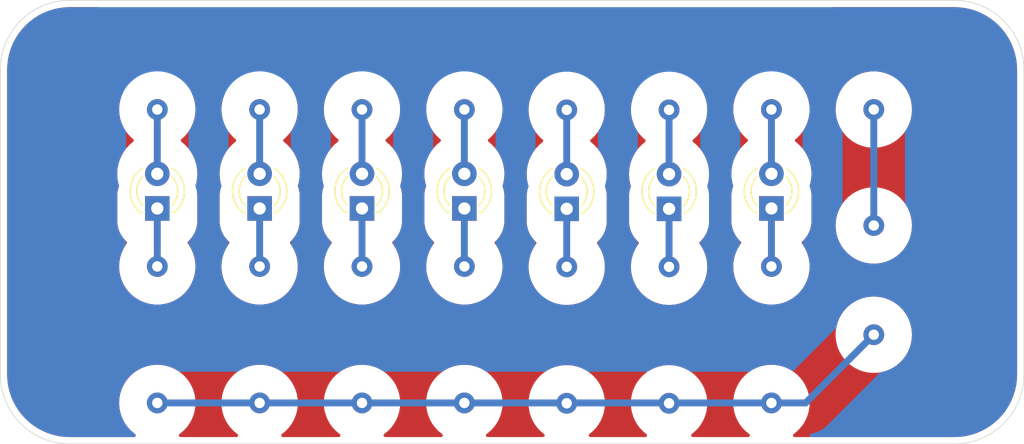
<source format=kicad_pcb>
(kicad_pcb (version 20240108) (generator "pcbnew") (generator_version "8.0")
  (layers (0 "F.Cu" signal) (31 "B.Cu" signal) (34 "B.Paste" user) (35 "F.Paste" user) (36 "B.SilkS" user "B.Silkscreen") (37 "F.SilkS" user "F.Silkscreen") (38 "B.Mask" user) (39 "F.Mask" user) (44 "Edge.Cuts" user))
  (net 0 "")
  (net 1 "GRD")
  (footprint "Resistor:Resistor" (layer "F.Cu") (at 47 50)
    (property "Reference" "REF**" (hide yes))
    (property "Value" "Resistor" (hide yes))
    (pad "1" thru_hole circle (at 0 -5) (size 1.524 1.524) (drill 0.762) (layers "*.Cu" "*.Mask"))
    (pad "2" thru_hole circle (at 0 5) (size 1.524 1.524) (drill 0.762) (layers "*.Cu" "*.Mask"))
  )
  (footprint "LED_THT:LED_D3.0mm" (layer "F.Cu") (at 77 40.775 90)
    (property "Reference" "REF**" (hide yes))
    (property "Value" "LED_D3.0mm" (hide yes))
    (fp_line (start -0.29 -1.236) (end -0.29 -1.08) (stroke (width 0.12)) (layer "F.SilkS"))
    (fp_line (start -0.29 1.08) (end -0.29 1.236) (stroke (width 0.12)) (layer "F.SilkS"))
    (fp_arc (start -0.29 -1.235516) (mid 1.366487 -1.987659) (end 2.942335 -1.078608) (stroke (width 0.12)) (layer "F.SilkS"))
    (fp_arc (start 0.229039 -1.08) (mid 1.270117 -1.5) (end 2.31113 -1.079837) (stroke (width 0.12)) (layer "F.SilkS"))
    (fp_arc (start 2.942335 1.078608) (mid 1.366487 1.987659) (end -0.29 1.235516) (stroke (width 0.12)) (layer "F.SilkS"))
    (fp_arc (start 2.31113 1.079837) (mid 1.270117 1.5) (end 0.229039 1.08) (stroke (width 0.12)) (layer "F.SilkS"))
    (pad "1" thru_hole rect (at 0 0 90) (size 1.8 1.8) (drill 0.9) (layers "*.Cu" "*.Mask"))
    (pad "2" thru_hole circle (at 2.54 0 90) (size 1.8 1.8) (drill 0.9) (layers "*.Cu" "*.Mask"))
  )
  (footprint "Resistor:Resistor" (layer "F.Cu") (at 84.5 50.025)
    (property "Reference" "REF**" (hide yes))
    (property "Value" "Resistor" (hide yes))
    (pad "1" thru_hole circle (at 0 -5) (size 1.524 1.524) (drill 0.762) (layers "*.Cu" "*.Mask"))
    (pad "2" thru_hole circle (at 0 5) (size 1.524 1.524) (drill 0.762) (layers "*.Cu" "*.Mask"))
  )
  (footprint "Resistor:Resistor" (layer "F.Cu") (at 69.5 50)
    (property "Reference" "REF**" (hide yes))
    (property "Value" "Resistor" (hide yes))
    (pad "1" thru_hole circle (at 0 -5) (size 1.524 1.524) (drill 0.762) (layers "*.Cu" "*.Mask"))
    (pad "2" thru_hole circle (at 0 5) (size 1.524 1.524) (drill 0.762) (layers "*.Cu" "*.Mask"))
  )
  (footprint "LED_THT:LED_D3.0mm" (layer "F.Cu") (at 84.5 40.775 90)
    (property "Reference" "REF**" (hide yes))
    (property "Value" "LED_D3.0mm" (hide yes))
    (fp_line (start -0.29 -1.236) (end -0.29 -1.08) (stroke (width 0.12)) (layer "F.SilkS"))
    (fp_line (start -0.29 1.08) (end -0.29 1.236) (stroke (width 0.12)) (layer "F.SilkS"))
    (fp_arc (start -0.29 -1.235516) (mid 1.366487 -1.987659) (end 2.942335 -1.078608) (stroke (width 0.12)) (layer "F.SilkS"))
    (fp_arc (start 0.229039 -1.08) (mid 1.270117 -1.5) (end 2.31113 -1.079837) (stroke (width 0.12)) (layer "F.SilkS"))
    (fp_arc (start 2.942335 1.078608) (mid 1.366487 1.987659) (end -0.29 1.235516) (stroke (width 0.12)) (layer "F.SilkS"))
    (fp_arc (start 2.31113 1.079837) (mid 1.270117 1.5) (end 0.229039 1.08) (stroke (width 0.12)) (layer "F.SilkS"))
    (pad "1" thru_hole rect (at 0 0 90) (size 1.8 1.8) (drill 0.9) (layers "*.Cu" "*.Mask"))
    (pad "2" thru_hole circle (at 2.54 0 90) (size 1.8 1.8) (drill 0.9) (layers "*.Cu" "*.Mask"))
  )
  (footprint "LED_THT:LED_D3.0mm" (layer "F.Cu") (at 47 40.75 90)
    (property "Reference" "REF**" (hide yes))
    (property "Value" "LED_D3.0mm" (hide yes))
    (fp_line (start -0.29 -1.236) (end -0.29 -1.08) (stroke (width 0.12)) (layer "F.SilkS"))
    (fp_line (start -0.29 1.08) (end -0.29 1.236) (stroke (width 0.12)) (layer "F.SilkS"))
    (fp_arc (start -0.29 -1.235516) (mid 1.366487 -1.987659) (end 2.942335 -1.078608) (stroke (width 0.12)) (layer "F.SilkS"))
    (fp_arc (start 0.229039 -1.08) (mid 1.270117 -1.5) (end 2.31113 -1.079837) (stroke (width 0.12)) (layer "F.SilkS"))
    (fp_arc (start 2.942335 1.078608) (mid 1.366487 1.987659) (end -0.29 1.235516) (stroke (width 0.12)) (layer "F.SilkS"))
    (fp_arc (start 2.31113 1.079837) (mid 1.270117 1.5) (end 0.229039 1.08) (stroke (width 0.12)) (layer "F.SilkS"))
    (pad "1" thru_hole rect (at 0 0 90) (size 1.8 1.8) (drill 0.9) (layers "*.Cu" "*.Mask"))
    (pad "2" thru_hole circle (at 2.54 0 90) (size 1.8 1.8) (drill 0.9) (layers "*.Cu" "*.Mask"))
  )
  (footprint "Resistor:Resistor" (layer "F.Cu") (at 62 50)
    (property "Reference" "REF**" (hide yes))
    (property "Value" "Resistor" (hide yes))
    (pad "1" thru_hole circle (at 0 -5) (size 1.524 1.524) (drill 0.762) (layers "*.Cu" "*.Mask"))
    (pad "2" thru_hole circle (at 0 5) (size 1.524 1.524) (drill 0.762) (layers "*.Cu" "*.Mask"))
  )
  (footprint "" (layer "F.Cu") (at 99.5 33.5)
    (property "Reference" "" (at 0 0 0) (layer "F.SilkS") (effects (font (size 1.27 1.27))))
    (property "Value" "")
    (pad "2" thru_hole circle (at 0 0) (size 1.524 1.524) (drill 0.762) (layers "*.Cu" "*.Mask"))
  )
  (footprint "" (layer "F.Cu") (at 99.5 42)
    (property "Reference" "" (at 0 0 0) (layer "F.SilkS") (effects (font (size 1.27 1.27))))
    (property "Value" "")
    (pad "1" thru_hole circle (at 0 0) (size 1.524 1.524) (drill 0.762) (layers "*.Cu" "*.Mask"))
  )
  (footprint "" (layer "F.Cu") (at 69.5 33.5)
    (property "Reference" "" (at 0 0 0) (layer "F.SilkS") (effects (font (size 1.27 1.27))))
    (property "Value" "")
    (pad "1" thru_hole circle (at 0 0) (size 1.524 1.524) (drill 0.762) (layers "*.Cu" "*.Mask"))
  )
  (footprint "" (layer "F.Cu") (at 62 33.5)
    (property "Reference" "" (at 0 0 0) (layer "F.SilkS") (effects (font (size 1.27 1.27))))
    (property "Value" "")
    (pad "1" thru_hole circle (at 0 0) (size 1.524 1.524) (drill 0.762) (layers "*.Cu" "*.Mask"))
  )
  (footprint "" (layer "F.Cu") (at 47 33.5)
    (property "Reference" "" (at 0 0 0) (layer "F.SilkS") (effects (font (size 1.27 1.27))))
    (property "Value" "")
    (pad "1" thru_hole circle (at 0 0) (size 1.524 1.524) (drill 0.762) (layers "*.Cu" "*.Mask"))
  )
  (footprint "LED_THT:LED_D3.0mm" (layer "F.Cu") (at 62 40.75 90)
    (property "Reference" "REF**" (hide yes))
    (property "Value" "LED_D3.0mm" (hide yes))
    (fp_line (start -0.29 -1.236) (end -0.29 -1.08) (stroke (width 0.12)) (layer "F.SilkS"))
    (fp_line (start -0.29 1.08) (end -0.29 1.236) (stroke (width 0.12)) (layer "F.SilkS"))
    (fp_arc (start -0.29 -1.235516) (mid 1.366487 -1.987659) (end 2.942335 -1.078608) (stroke (width 0.12)) (layer "F.SilkS"))
    (fp_arc (start 0.229039 -1.08) (mid 1.270117 -1.5) (end 2.31113 -1.079837) (stroke (width 0.12)) (layer "F.SilkS"))
    (fp_arc (start 2.942335 1.078608) (mid 1.366487 1.987659) (end -0.29 1.235516) (stroke (width 0.12)) (layer "F.SilkS"))
    (fp_arc (start 2.31113 1.079837) (mid 1.270117 1.5) (end 0.229039 1.08) (stroke (width 0.12)) (layer "F.SilkS"))
    (pad "1" thru_hole rect (at 0 0 90) (size 1.8 1.8) (drill 0.9) (layers "*.Cu" "*.Mask"))
    (pad "2" thru_hole circle (at 2.54 0 90) (size 1.8 1.8) (drill 0.9) (layers "*.Cu" "*.Mask"))
  )
  (footprint "" (layer "F.Cu") (at 84.5 33.525)
    (property "Reference" "" (at 0 0 0) (layer "F.SilkS") (effects (font (size 1.27 1.27))))
    (property "Value" "")
    (pad "1" thru_hole circle (at 0 0) (size 1.524 1.524) (drill 0.762) (layers "*.Cu" "*.Mask"))
  )
  (footprint "" (layer "F.Cu") (at 77 33.525)
    (property "Reference" "" (at 0 0 0) (layer "F.SilkS") (effects (font (size 1.27 1.27))))
    (property "Value" "")
    (pad "1" thru_hole circle (at 0 0) (size 1.524 1.524) (drill 0.762) (layers "*.Cu" "*.Mask"))
  )
  (footprint "" (layer "F.Cu") (at 54.5 33.5)
    (property "Reference" "" (at 0 0 0) (layer "F.SilkS") (effects (font (size 1.27 1.27))))
    (property "Value" "")
    (pad "1" thru_hole circle (at 0 0) (size 1.524 1.524) (drill 0.762) (layers "*.Cu" "*.Mask"))
  )
  (footprint "LED_THT:LED_D3.0mm" (layer "F.Cu") (at 92 40.75 90)
    (property "Reference" "REF**" (hide yes))
    (property "Value" "LED_D3.0mm" (hide yes))
    (fp_line (start -0.29 -1.236) (end -0.29 -1.08) (stroke (width 0.12)) (layer "F.SilkS"))
    (fp_line (start -0.29 1.08) (end -0.29 1.236) (stroke (width 0.12)) (layer "F.SilkS"))
    (fp_arc (start -0.29 -1.235516) (mid 1.366487 -1.987659) (end 2.942335 -1.078608) (stroke (width 0.12)) (layer "F.SilkS"))
    (fp_arc (start 0.229039 -1.08) (mid 1.270117 -1.5) (end 2.31113 -1.079837) (stroke (width 0.12)) (layer "F.SilkS"))
    (fp_arc (start 2.942335 1.078608) (mid 1.366487 1.987659) (end -0.29 1.235516) (stroke (width 0.12)) (layer "F.SilkS"))
    (fp_arc (start 2.31113 1.079837) (mid 1.270117 1.5) (end 0.229039 1.08) (stroke (width 0.12)) (layer "F.SilkS"))
    (pad "1" thru_hole rect (at 0 0 90) (size 1.8 1.8) (drill 0.9) (layers "*.Cu" "*.Mask"))
    (pad "2" thru_hole circle (at 2.54 0 90) (size 1.8 1.8) (drill 0.9) (layers "*.Cu" "*.Mask"))
  )
  (footprint "LED_THT:LED_D3.0mm" (layer "F.Cu") (at 69.5 40.75 90)
    (property "Reference" "REF**" (hide yes))
    (property "Value" "LED_D3.0mm" (hide yes))
    (fp_line (start -0.29 -1.236) (end -0.29 -1.08) (stroke (width 0.12)) (layer "F.SilkS"))
    (fp_line (start -0.29 1.08) (end -0.29 1.236) (stroke (width 0.12)) (layer "F.SilkS"))
    (fp_arc (start -0.29 -1.235516) (mid 1.366487 -1.987659) (end 2.942335 -1.078608) (stroke (width 0.12)) (layer "F.SilkS"))
    (fp_arc (start 0.229039 -1.08) (mid 1.270117 -1.5) (end 2.31113 -1.079837) (stroke (width 0.12)) (layer "F.SilkS"))
    (fp_arc (start 2.942335 1.078608) (mid 1.366487 1.987659) (end -0.29 1.235516) (stroke (width 0.12)) (layer "F.SilkS"))
    (fp_arc (start 2.31113 1.079837) (mid 1.270117 1.5) (end 0.229039 1.08) (stroke (width 0.12)) (layer "F.SilkS"))
    (pad "1" thru_hole rect (at 0 0 90) (size 1.8 1.8) (drill 0.9) (layers "*.Cu" "*.Mask"))
    (pad "2" thru_hole circle (at 2.54 0 90) (size 1.8 1.8) (drill 0.9) (layers "*.Cu" "*.Mask"))
  )
  (footprint "" (layer "F.Cu") (at 92 33.5)
    (property "Reference" "" (at 0 0 0) (layer "F.SilkS") (effects (font (size 1.27 1.27))))
    (property "Value" "")
    (pad "1" thru_hole circle (at 0 0) (size 1.524 1.524) (drill 0.762) (layers "*.Cu" "*.Mask"))
  )
  (footprint "LED_THT:LED_D3.0mm" (layer "F.Cu") (at 54.5 40.75 90)
    (property "Reference" "REF**" (hide yes))
    (property "Value" "LED_D3.0mm" (hide yes))
    (fp_line (start -0.29 -1.236) (end -0.29 -1.08) (stroke (width 0.12)) (layer "F.SilkS"))
    (fp_line (start -0.29 1.08) (end -0.29 1.236) (stroke (width 0.12)) (layer "F.SilkS"))
    (fp_arc (start -0.29 -1.235516) (mid 1.366487 -1.987659) (end 2.942335 -1.078608) (stroke (width 0.12)) (layer "F.SilkS"))
    (fp_arc (start 0.229039 -1.08) (mid 1.270117 -1.5) (end 2.31113 -1.079837) (stroke (width 0.12)) (layer "F.SilkS"))
    (fp_arc (start 2.942335 1.078608) (mid 1.366487 1.987659) (end -0.29 1.235516) (stroke (width 0.12)) (layer "F.SilkS"))
    (fp_arc (start 2.31113 1.079837) (mid 1.270117 1.5) (end 0.229039 1.08) (stroke (width 0.12)) (layer "F.SilkS"))
    (pad "1" thru_hole rect (at 0 0 90) (size 1.8 1.8) (drill 0.9) (layers "*.Cu" "*.Mask"))
    (pad "2" thru_hole circle (at 2.54 0 90) (size 1.8 1.8) (drill 0.9) (layers "*.Cu" "*.Mask"))
  )
  (footprint "Resistor:Resistor" (layer "F.Cu") (at 77 50.025)
    (property "Reference" "REF**" (hide yes))
    (property "Value" "Resistor" (hide yes))
    (pad "1" thru_hole circle (at 0 -5) (size 1.524 1.524) (drill 0.762) (layers "*.Cu" "*.Mask"))
    (pad "2" thru_hole circle (at 0 5) (size 1.524 1.524) (drill 0.762) (layers "*.Cu" "*.Mask"))
  )
  (footprint "Resistor:Resistor" (layer "F.Cu") (at 54.5 50)
    (property "Reference" "REF**" (hide yes))
    (property "Value" "Resistor" (hide yes))
    (pad "1" thru_hole circle (at 0 -5) (size 1.524 1.524) (drill 0.762) (layers "*.Cu" "*.Mask"))
    (pad "2" thru_hole circle (at 0 5) (size 1.524 1.524) (drill 0.762) (layers "*.Cu" "*.Mask"))
  )
  (footprint "" (layer "F.Cu") (at 99.5 50)
    (property "Reference" "" (at 0 0 0) (layer "F.SilkS") (effects (font (size 1.27 1.27))))
    (property "Value" "")
    (pad "1" thru_hole circle (at 0 0) (size 1.524 1.524) (drill 0.762) (layers "*.Cu" "*.Mask"))
  )
  (footprint "Resistor:Resistor" (layer "F.Cu") (at 92 50)
    (property "Reference" "REF**" (hide yes))
    (property "Value" "Resistor" (hide yes))
    (pad "1" thru_hole circle (at 0 -5) (size 1.524 1.524) (drill 0.762) (layers "*.Cu" "*.Mask"))
    (pad "2" thru_hole circle (at 0 5) (size 1.524 1.524) (drill 0.762) (layers "*.Cu" "*.Mask"))
  )
  (gr_line (start 35.5 52.92) (end 35.5 30.58) (stroke (width 0.05)) (layer "Edge.Cuts"))
  (gr_line (start 40.58 25.5) (end 105.42 25.5) (stroke (width 0.05)) (layer "Edge.Cuts"))
  (gr_arc (start 110.5 52.92) (mid 109.012102 56.512102) (end 105.42 58) (stroke (width 0.05)) (layer "Edge.Cuts"))
  (gr_line (start 110.5 30.58) (end 110.5 52.92) (stroke (width 0.05)) (layer "Edge.Cuts"))
  (gr_line (start 105.42 58) (end 40.58 58) (stroke (width 0.05)) (layer "Edge.Cuts"))
  (gr_arc (start 35.5 30.58) (mid 36.987898 26.987898) (end 40.58 25.5) (stroke (width 0.05)) (layer "Edge.Cuts"))
  (gr_arc (start 40.58 58) (mid 36.987898 56.512102) (end 35.5 52.92) (stroke (width 0.05)) (layer "Edge.Cuts"))
  (gr_arc (start 105.42 25.5) (mid 109.012102 26.987898) (end 110.5 30.58) (stroke (width 0.05)) (layer "Edge.Cuts"))
  (gr_text "Sad\n" (at 59 29.5 0) (layer "F.Cu") (effects (font (size 2 2) (thickness 0.4) (bold yes)) (justify left bottom)))
  (gr_text "Hap" (at 51.5 29.5 0) (layer "F.Cu") (effects (font (size 2 2) (thickness 0.4) (bold yes)) (justify left bottom)))
  (gr_text "Neu\n\n" (at 73.5 32.5 0) (layer "F.Cu") (effects (font (size 2 2) (thickness 0.4) (bold yes)) (justify left bottom)))
  (gr_text "Sur\n\n" (at 66.5 32.5 0) (layer "F.Cu") (effects (font (size 2 2) (thickness 0.4) (bold yes)) (justify left bottom)))
  (gr_text "Ang" (at 44.5 29.5 0) (layer "F.Cu") (effects (font (size 2 2) (thickness 0.375) (bold yes)) (justify left bottom)))
  (gr_text "Mou\n" (at 88.5 29.5 0) (layer "F.Cu") (effects (font (size 2 2) (thickness 0.4) (bold yes)) (justify left bottom)))
  (gr_text "Eye\n" (at 82 29.5 0) (layer "F.Cu") (effects (font (size 2 2) (thickness 0.4) (bold yes)) (justify left bottom)))
  (segment (start 47 40.75) (end 47 45) (width 0.508) (layer "B.Cu") (net 0))
  (segment (start 69.5 40.75) (end 69.5 45) (width 0.508) (layer "B.Cu") (net 0))
  (segment (start 47 55) (end 92 55) (width 0.508) (layer "B.Cu") (net 0))
  (segment (start 92 38.21) (end 92 33.5) (width 0.508) (layer "B.Cu") (net 0))
  (segment (start 77 33.525) (end 77 38.235) (width 0.508) (layer "B.Cu") (net 0))
  (segment (start 84.5 40.775) (end 84.5 45.025) (width 0.508) (layer "B.Cu") (net 0))
  (segment (start 99.5 33.5) (end 99.5 42) (width 0.508) (layer "B.Cu") (net 0))
  (segment (start 77 40.775) (end 77 45.025) (width 0.508) (layer "B.Cu") (net 0))
  (segment (start 54.5 38.21) (end 54.5 33.5) (width 0.508) (layer "B.Cu") (net 0))
  (segment (start 92 55) (end 94.5 55) (width 0.508) (layer "B.Cu") (net 0))
  (segment (start 54.5 40.75) (end 54.5 45) (width 0.508) (layer "B.Cu") (net 0))
  (segment (start 94.5 55) (end 99.5 50) (width 0.508) (layer "B.Cu") (net 0))
  (segment (start 62 38.21) (end 62 33.5) (width 0.508) (layer "B.Cu") (net 0))
  (segment (start 62 40.75) (end 62 45) (width 0.508) (layer "B.Cu") (net 0))
  (segment (start 92 40.75) (end 92 45) (width 0.508) (layer "B.Cu") (net 0))
  (segment (start 47 38.21) (end 47 33.5) (width 0.508) (layer "B.Cu") (net 0))
  (segment (start 84.5 38.235) (end 84.5 33.525) (width 0.508) (layer "B.Cu") (net 0))
  (segment (start 69.5 38.21) (end 69.5 33.5) (width 0.508) (layer "B.Cu") (net 0))
  (zone (net 1) (net_name "GRD") (layer "F.Cu") (connect_pads (clearance 0.5)) (min_thickness 0.25) (fill yes (thermal_gap 0.5) (thermal_bridge_width 0.5))
    (polygon (pts (xy 35.5 25.5) (xy 110.5 25.5) (xy 110.5 58) (xy 35.5 58)))
  )
  (zone (net 1) (net_name "GRD") (layer "B.Cu") (priority 1) (connect_pads (clearance 0.5)) (min_thickness 0.25) (fill yes (thermal_gap 0.5) (thermal_bridge_width 0.5))
    (polygon (pts (xy 35.5 25.5) (xy 110.5 25.5) (xy 110.5 58) (xy 35.5 58)))
  )
)
</source>
